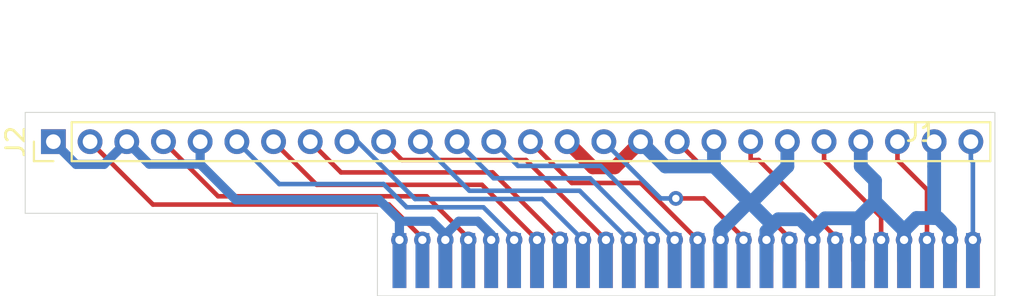
<source format=kicad_pcb>
(kicad_pcb (version 20171130) (host pcbnew "(5.1.5)-3")

  (general
    (thickness 1.6)
    (drawings 6)
    (tracks 169)
    (zones 0)
    (modules 2)
    (nets 20)
  )

  (page A4)
  (layers
    (0 F.Cu signal)
    (31 B.Cu signal)
    (32 B.Adhes user)
    (33 F.Adhes user)
    (34 B.Paste user)
    (35 F.Paste user)
    (36 B.SilkS user)
    (37 F.SilkS user)
    (38 B.Mask user)
    (39 F.Mask user)
    (40 Dwgs.User user)
    (41 Cmts.User user)
    (42 Eco1.User user)
    (43 Eco2.User user)
    (44 Edge.Cuts user)
    (45 Margin user)
    (46 B.CrtYd user)
    (47 F.CrtYd user)
    (48 B.Fab user)
    (49 F.Fab user)
  )

  (setup
    (last_trace_width 0.25)
    (user_trace_width 0.75)
    (trace_clearance 0.2)
    (zone_clearance 0.508)
    (zone_45_only no)
    (trace_min 0.2)
    (via_size 0.8)
    (via_drill 0.4)
    (via_min_size 0.4)
    (via_min_drill 0.3)
    (uvia_size 0.3)
    (uvia_drill 0.1)
    (uvias_allowed no)
    (uvia_min_size 0.2)
    (uvia_min_drill 0.1)
    (edge_width 0.05)
    (segment_width 0.2)
    (pcb_text_width 0.3)
    (pcb_text_size 1.5 1.5)
    (mod_edge_width 0.12)
    (mod_text_size 1 1)
    (mod_text_width 0.15)
    (pad_size 1.7 1.7)
    (pad_drill 1)
    (pad_to_mask_clearance 0.051)
    (solder_mask_min_width 0.25)
    (aux_axis_origin 0 0)
    (visible_elements 7FFFFFFF)
    (pcbplotparams
      (layerselection 0x010fc_ffffffff)
      (usegerberextensions false)
      (usegerberattributes false)
      (usegerberadvancedattributes false)
      (creategerberjobfile false)
      (excludeedgelayer true)
      (linewidth 0.100000)
      (plotframeref false)
      (viasonmask false)
      (mode 1)
      (useauxorigin false)
      (hpglpennumber 1)
      (hpglpenspeed 20)
      (hpglpendiameter 15.000000)
      (psnegative false)
      (psa4output false)
      (plotreference true)
      (plotvalue true)
      (plotinvisibletext false)
      (padsonsilk false)
      (subtractmaskfromsilk false)
      (outputformat 1)
      (mirror false)
      (drillshape 0)
      (scaleselection 1)
      (outputdirectory "gerber/"))
  )

  (net 0 "")
  (net 1 "Net-(J1-Pad26)")
  (net 2 "Net-(J1-Pad24)")
  (net 3 "Net-(J1-Pad2)")
  (net 4 "Net-(J1-Pad4)")
  (net 5 "Net-(J1-Pad6)")
  (net 6 "Net-(J1-Pad7)")
  (net 7 "Net-(J1-Pad8)")
  (net 8 "Net-(J1-Pad9)")
  (net 9 "Net-(J1-Pad10)")
  (net 10 "Net-(J1-Pad11)")
  (net 11 "Net-(J1-Pad12)")
  (net 12 "Net-(J1-Pad13)")
  (net 13 "Net-(J1-Pad14)")
  (net 14 "Net-(J1-Pad16)")
  (net 15 "Net-(J1-Pad18)")
  (net 16 "Net-(J1-Pad20)")
  (net 17 "Net-(J1-Pad22)")
  (net 18 GND)
  (net 19 VCC)

  (net_class Default "This is the default net class."
    (clearance 0.2)
    (trace_width 0.25)
    (via_dia 0.8)
    (via_drill 0.4)
    (uvia_dia 0.3)
    (uvia_drill 0.1)
    (add_net "Net-(J1-Pad10)")
    (add_net "Net-(J1-Pad11)")
    (add_net "Net-(J1-Pad12)")
    (add_net "Net-(J1-Pad13)")
    (add_net "Net-(J1-Pad14)")
    (add_net "Net-(J1-Pad16)")
    (add_net "Net-(J1-Pad18)")
    (add_net "Net-(J1-Pad2)")
    (add_net "Net-(J1-Pad20)")
    (add_net "Net-(J1-Pad22)")
    (add_net "Net-(J1-Pad24)")
    (add_net "Net-(J1-Pad26)")
    (add_net "Net-(J1-Pad4)")
    (add_net "Net-(J1-Pad6)")
    (add_net "Net-(J1-Pad7)")
    (add_net "Net-(J1-Pad8)")
    (add_net "Net-(J1-Pad9)")
  )

  (net_class power ""
    (clearance 0.3)
    (trace_width 0.75)
    (via_dia 1.5)
    (via_drill 0.8)
    (uvia_dia 0.3)
    (uvia_drill 0.1)
    (add_net GND)
  )

  (net_class power2 ""
    (clearance 0.3)
    (trace_width 0.5)
    (via_dia 1)
    (via_drill 0.5)
    (uvia_dia 0.3)
    (uvia_drill 0.1)
    (add_net VCC)
  )

  (module Connector_PinHeader_2.00mm:PinHeader_1x26_P2.00mm_Vertical (layer F.Cu) (tedit 59FED667) (tstamp 62F71149)
    (at 77.5335 57.5945 90)
    (descr "Through hole straight pin header, 1x26, 2.00mm pitch, single row")
    (tags "Through hole pin header THT 1x26 2.00mm single row")
    (path /62F6AA14)
    (fp_text reference J2 (at 0 -2.06 90) (layer F.SilkS)
      (effects (font (size 1 1) (thickness 0.15)))
    )
    (fp_text value Conn_01x26_Female (at 0 52.06 90) (layer F.Fab)
      (effects (font (size 1 1) (thickness 0.15)))
    )
    (fp_text user %R (at 0 25) (layer F.Fab)
      (effects (font (size 1 1) (thickness 0.15)))
    )
    (fp_line (start 1.5 -1.5) (end -1.5 -1.5) (layer F.CrtYd) (width 0.05))
    (fp_line (start 1.5 51.5) (end 1.5 -1.5) (layer F.CrtYd) (width 0.05))
    (fp_line (start -1.5 51.5) (end 1.5 51.5) (layer F.CrtYd) (width 0.05))
    (fp_line (start -1.5 -1.5) (end -1.5 51.5) (layer F.CrtYd) (width 0.05))
    (fp_line (start -1.06 -1.06) (end 0 -1.06) (layer F.SilkS) (width 0.12))
    (fp_line (start -1.06 0) (end -1.06 -1.06) (layer F.SilkS) (width 0.12))
    (fp_line (start -1.06 1) (end 1.06 1) (layer F.SilkS) (width 0.12))
    (fp_line (start 1.06 1) (end 1.06 51.06) (layer F.SilkS) (width 0.12))
    (fp_line (start -1.06 1) (end -1.06 51.06) (layer F.SilkS) (width 0.12))
    (fp_line (start -1.06 51.06) (end 1.06 51.06) (layer F.SilkS) (width 0.12))
    (fp_line (start -1 -0.5) (end -0.5 -1) (layer F.Fab) (width 0.1))
    (fp_line (start -1 51) (end -1 -0.5) (layer F.Fab) (width 0.1))
    (fp_line (start 1 51) (end -1 51) (layer F.Fab) (width 0.1))
    (fp_line (start 1 -1) (end 1 51) (layer F.Fab) (width 0.1))
    (fp_line (start -0.5 -1) (end 1 -1) (layer F.Fab) (width 0.1))
    (pad 26 thru_hole oval (at 0 50 90) (size 1.35 1.35) (drill 0.8) (layers *.Cu *.Mask)
      (net 1 "Net-(J1-Pad26)"))
    (pad 25 thru_hole oval (at 0 48 90) (size 1.35 1.35) (drill 0.8) (layers *.Cu *.Mask)
      (net 18 GND))
    (pad 24 thru_hole oval (at 0 46 90) (size 1.35 1.35) (drill 0.8) (layers *.Cu *.Mask)
      (net 2 "Net-(J1-Pad24)"))
    (pad 23 thru_hole oval (at 0 44 90) (size 1.35 1.35) (drill 0.8) (layers *.Cu *.Mask)
      (net 18 GND))
    (pad 22 thru_hole oval (at 0 42 90) (size 1.35 1.35) (drill 0.8) (layers *.Cu *.Mask)
      (net 17 "Net-(J1-Pad22)"))
    (pad 21 thru_hole oval (at 0 40 90) (size 1.35 1.35) (drill 0.8) (layers *.Cu *.Mask)
      (net 18 GND))
    (pad 20 thru_hole oval (at 0 38 90) (size 1.35 1.35) (drill 0.8) (layers *.Cu *.Mask)
      (net 16 "Net-(J1-Pad20)"))
    (pad 19 thru_hole oval (at 0 36 90) (size 1.35 1.35) (drill 0.8) (layers *.Cu *.Mask)
      (net 18 GND))
    (pad 18 thru_hole oval (at 0 34 90) (size 1.35 1.35) (drill 0.8) (layers *.Cu *.Mask)
      (net 15 "Net-(J1-Pad18)"))
    (pad 17 thru_hole oval (at 0 32 90) (size 1.35 1.35) (drill 0.8) (layers *.Cu *.Mask)
      (net 18 GND))
    (pad 16 thru_hole oval (at 0 30 90) (size 1.35 1.35) (drill 0.8) (layers *.Cu *.Mask)
      (net 14 "Net-(J1-Pad16)"))
    (pad 15 thru_hole oval (at 0 28 90) (size 1.35 1.35) (drill 0.8) (layers *.Cu *.Mask)
      (net 18 GND))
    (pad 14 thru_hole oval (at 0 26 90) (size 1.35 1.35) (drill 0.8) (layers *.Cu *.Mask)
      (net 13 "Net-(J1-Pad14)"))
    (pad 13 thru_hole oval (at 0 24 90) (size 1.35 1.35) (drill 0.8) (layers *.Cu *.Mask)
      (net 12 "Net-(J1-Pad13)"))
    (pad 12 thru_hole oval (at 0 22 90) (size 1.35 1.35) (drill 0.8) (layers *.Cu *.Mask)
      (net 11 "Net-(J1-Pad12)"))
    (pad 11 thru_hole oval (at 0 20 90) (size 1.35 1.35) (drill 0.8) (layers *.Cu *.Mask)
      (net 10 "Net-(J1-Pad11)"))
    (pad 10 thru_hole oval (at 0 18 90) (size 1.35 1.35) (drill 0.8) (layers *.Cu *.Mask)
      (net 9 "Net-(J1-Pad10)"))
    (pad 9 thru_hole oval (at 0 16 90) (size 1.35 1.35) (drill 0.8) (layers *.Cu *.Mask)
      (net 8 "Net-(J1-Pad9)"))
    (pad 8 thru_hole oval (at 0 14 90) (size 1.35 1.35) (drill 0.8) (layers *.Cu *.Mask)
      (net 7 "Net-(J1-Pad8)"))
    (pad 7 thru_hole oval (at 0 12 90) (size 1.35 1.35) (drill 0.8) (layers *.Cu *.Mask)
      (net 6 "Net-(J1-Pad7)"))
    (pad 6 thru_hole oval (at 0 10 90) (size 1.35 1.35) (drill 0.8) (layers *.Cu *.Mask)
      (net 5 "Net-(J1-Pad6)"))
    (pad 5 thru_hole oval (at 0 8 90) (size 1.35 1.35) (drill 0.8) (layers *.Cu *.Mask)
      (net 19 VCC))
    (pad 4 thru_hole oval (at 0 6 90) (size 1.35 1.35) (drill 0.8) (layers *.Cu *.Mask)
      (net 4 "Net-(J1-Pad4)"))
    (pad 3 thru_hole oval (at 0 4 90) (size 1.35 1.35) (drill 0.8) (layers *.Cu *.Mask)
      (net 19 VCC))
    (pad 2 thru_hole oval (at 0 2 90) (size 1.35 1.35) (drill 0.8) (layers *.Cu *.Mask)
      (net 3 "Net-(J1-Pad2)"))
    (pad 1 thru_hole rect (at 0 0 90) (size 1.35 1.35) (drill 0.8) (layers *.Cu *.Mask)
      (net 19 VCC))
    (model ${KISYS3DMOD}/Connector_PinHeader_2.00mm.3dshapes/PinHeader_1x26_P2.00mm_Vertical.wrl
      (at (xyz 0 0 0))
      (scale (xyz 1 1 1))
      (rotate (xyz 0 0 0))
    )
  )

  (module Connector:fdd_26_pin_insert_both_sides (layer F.Cu) (tedit 63B1D47D) (tstamp 62F710FA)
    (at 96.393 64.1985)
    (path /62F680CE)
    (fp_text reference J1 (at 28.448 -7.112) (layer F.SilkS)
      (effects (font (size 1 1) (thickness 0.15)))
    )
    (fp_text value Conn_01x26_Female (at 14.28496 -5.74802) (layer F.Fab)
      (effects (font (size 1 1) (thickness 0.15)))
    )
    (pad 26 thru_hole circle (at 31.25 -1.25) (size 0.9 0.9) (drill 0.45) (layers *.Cu *.Mask)
      (net 1 "Net-(J1-Pad26)"))
    (pad 25 thru_hole circle (at 30 -1.25) (size 0.9 0.9) (drill 0.45) (layers *.Cu *.Mask)
      (net 18 GND))
    (pad 24 thru_hole circle (at 28.75 -1.25) (size 0.9 0.9) (drill 0.45) (layers *.Cu *.Mask)
      (net 2 "Net-(J1-Pad24)"))
    (pad 23 thru_hole circle (at 27.5 -1.25) (size 0.9 0.9) (drill 0.45) (layers *.Cu *.Mask)
      (net 18 GND))
    (pad 22 thru_hole circle (at 26.25 -1.25) (size 0.9 0.9) (drill 0.45) (layers *.Cu *.Mask)
      (net 17 "Net-(J1-Pad22)"))
    (pad 21 thru_hole circle (at 25 -1.25) (size 0.9 0.9) (drill 0.45) (layers *.Cu *.Mask)
      (net 18 GND))
    (pad 20 thru_hole circle (at 23.75 -1.25) (size 0.9 0.9) (drill 0.45) (layers *.Cu *.Mask)
      (net 16 "Net-(J1-Pad20)"))
    (pad 19 thru_hole circle (at 22.5 -1.25) (size 0.9 0.9) (drill 0.45) (layers *.Cu *.Mask)
      (net 18 GND))
    (pad 18 thru_hole circle (at 21.25 -1.25) (size 0.9 0.9) (drill 0.45) (layers *.Cu *.Mask)
      (net 15 "Net-(J1-Pad18)"))
    (pad 17 thru_hole circle (at 20 -1.25) (size 0.9 0.9) (drill 0.45) (layers *.Cu *.Mask)
      (net 18 GND))
    (pad 16 thru_hole circle (at 18.75 -1.25) (size 0.9 0.9) (drill 0.45) (layers *.Cu *.Mask)
      (net 14 "Net-(J1-Pad16)"))
    (pad 15 thru_hole circle (at 17.5 -1.25 90) (size 0.9 0.9) (drill 0.45) (layers *.Cu *.Mask)
      (net 18 GND))
    (pad 14 thru_hole circle (at 16.25 -1.25) (size 0.9 0.9) (drill 0.45) (layers *.Cu *.Mask)
      (net 13 "Net-(J1-Pad14)"))
    (pad 13 thru_hole circle (at 15 -1.25) (size 0.9 0.9) (drill 0.45) (layers *.Cu *.Mask)
      (net 12 "Net-(J1-Pad13)"))
    (pad 12 thru_hole circle (at 13.75 -1.25) (size 0.9 0.9) (drill 0.45) (layers *.Cu *.Mask)
      (net 11 "Net-(J1-Pad12)"))
    (pad 11 thru_hole circle (at 12.5 -1.25) (size 0.9 0.9) (drill 0.45) (layers *.Cu *.Mask)
      (net 10 "Net-(J1-Pad11)"))
    (pad 10 thru_hole circle (at 11.25474 -1.25) (size 0.9 0.9) (drill 0.45) (layers *.Cu *.Mask)
      (net 9 "Net-(J1-Pad10)"))
    (pad 9 thru_hole circle (at 10 -1.25) (size 0.9 0.9) (drill 0.45) (layers *.Cu *.Mask)
      (net 8 "Net-(J1-Pad9)"))
    (pad 8 thru_hole circle (at 8.75 -1.25476) (size 0.9 0.9) (drill 0.45) (layers *.Cu *.Mask)
      (net 7 "Net-(J1-Pad8)"))
    (pad 7 thru_hole circle (at 7.5 -1.25) (size 0.9 0.9) (drill 0.45) (layers *.Cu *.Mask)
      (net 6 "Net-(J1-Pad7)"))
    (pad 6 thru_hole circle (at 6.25 -1.25) (size 0.9 0.9) (drill 0.45) (layers *.Cu *.Mask)
      (net 5 "Net-(J1-Pad6)"))
    (pad 5 thru_hole circle (at 5 -1.25) (size 0.9 0.9) (drill 0.45) (layers *.Cu *.Mask)
      (net 19 VCC))
    (pad 4 thru_hole circle (at 3.75 -1.25) (size 0.9 0.9) (drill 0.45) (layers *.Cu *.Mask)
      (net 4 "Net-(J1-Pad4)"))
    (pad 3 thru_hole circle (at 2.5 -1.25) (size 0.9 0.9) (drill 0.45) (layers *.Cu *.Mask)
      (net 19 VCC))
    (pad 2 thru_hole circle (at 1.25 -1.25 90) (size 0.9 0.9) (drill 0.45) (layers *.Cu *.Mask)
      (net 3 "Net-(J1-Pad2)"))
    (pad 1 thru_hole circle (at 0 -1.25) (size 0.9 0.9) (drill 0.45) (layers *.Cu *.Mask)
      (net 19 VCC))
    (pad 26 connect rect (at 31.25 -0.127) (size 0.75 3) (layers F.Cu B.Mask)
      (net 1 "Net-(J1-Pad26)"))
    (pad 25 connect rect (at 30 -0.127) (size 0.75 3) (layers F.Cu B.Mask)
      (net 18 GND))
    (pad 24 connect rect (at 28.75 -0.127) (size 0.75 3) (layers F.Cu B.Mask)
      (net 2 "Net-(J1-Pad24)"))
    (pad 23 connect rect (at 27.5 -0.127) (size 0.75 3) (layers F.Cu B.Mask)
      (net 18 GND))
    (pad 22 connect rect (at 26.25 -0.127) (size 0.75 3) (layers F.Cu B.Mask)
      (net 17 "Net-(J1-Pad22)"))
    (pad 21 connect rect (at 25 -0.127) (size 0.75 3) (layers F.Cu B.Mask)
      (net 18 GND))
    (pad 20 connect rect (at 23.75 -0.127) (size 0.75 3) (layers F.Cu B.Mask)
      (net 16 "Net-(J1-Pad20)"))
    (pad 19 connect rect (at 22.5 -0.127) (size 0.75 3) (layers F.Cu B.Mask)
      (net 18 GND))
    (pad 18 connect rect (at 21.25 -0.127) (size 0.75 3) (layers F.Cu B.Mask)
      (net 15 "Net-(J1-Pad18)"))
    (pad 17 connect rect (at 20 -0.127) (size 0.75 3) (layers F.Cu B.Mask)
      (net 18 GND))
    (pad 16 connect rect (at 18.75 -0.127) (size 0.75 3) (layers F.Cu B.Mask)
      (net 14 "Net-(J1-Pad16)"))
    (pad 15 connect rect (at 17.5 -0.127) (size 0.75 3) (layers F.Cu B.Mask)
      (net 18 GND))
    (pad 14 connect rect (at 16.25 -0.127) (size 0.75 3) (layers F.Cu B.Mask)
      (net 13 "Net-(J1-Pad14)"))
    (pad 13 connect rect (at 15 -0.127) (size 0.75 3) (layers F.Cu B.Mask)
      (net 12 "Net-(J1-Pad13)"))
    (pad 12 connect rect (at 13.75 -0.127) (size 0.75 3) (layers F.Cu B.Mask)
      (net 11 "Net-(J1-Pad12)"))
    (pad 11 connect rect (at 12.5 -0.127) (size 0.75 3) (layers F.Cu B.Mask)
      (net 10 "Net-(J1-Pad11)"))
    (pad 10 connect rect (at 11.25 -0.127) (size 0.75 3) (layers F.Cu B.Mask)
      (net 9 "Net-(J1-Pad10)"))
    (pad 9 connect rect (at 10 -0.127) (size 0.75 3) (layers F.Cu B.Mask)
      (net 8 "Net-(J1-Pad9)"))
    (pad 8 connect rect (at 8.75 -0.127) (size 0.75 3) (layers F.Cu B.Mask)
      (net 7 "Net-(J1-Pad8)"))
    (pad 7 connect rect (at 7.5 -0.127) (size 0.75 3) (layers F.Cu B.Mask)
      (net 6 "Net-(J1-Pad7)"))
    (pad 6 connect rect (at 6.25 -0.127) (size 0.75 3) (layers F.Cu B.Mask)
      (net 5 "Net-(J1-Pad6)"))
    (pad 5 connect rect (at 5 -0.127) (size 0.75 3) (layers F.Cu B.Mask)
      (net 19 VCC))
    (pad 4 connect rect (at 3.75 -0.127) (size 0.75 3) (layers F.Cu B.Mask)
      (net 4 "Net-(J1-Pad4)"))
    (pad 3 connect rect (at 2.5 -0.127) (size 0.75 3) (layers F.Cu B.Mask)
      (net 19 VCC))
    (pad 2 connect rect (at 1.25 -0.127) (size 0.75 3) (layers F.Cu B.Mask)
      (net 3 "Net-(J1-Pad2)"))
    (pad 1 connect rect (at 0 -0.127) (size 0.75 3) (layers F.Cu B.Mask)
      (net 19 VCC))
    (pad 1 connect rect (at 0 -0.127) (size 0.75 3) (layers B.Cu B.Mask)
      (net 19 VCC))
    (pad 2 connect rect (at 1.25 -0.127) (size 0.75 3) (layers B.Cu B.Mask)
      (net 3 "Net-(J1-Pad2)"))
    (pad 3 connect rect (at 2.5 -0.127) (size 0.75 3) (layers B.Cu B.Mask)
      (net 19 VCC))
    (pad 4 connect rect (at 3.75 -0.127) (size 0.75 3) (layers B.Cu B.Mask)
      (net 4 "Net-(J1-Pad4)"))
    (pad 5 connect rect (at 5 -0.127) (size 0.75 3) (layers B.Cu B.Mask)
      (net 19 VCC))
    (pad 6 connect rect (at 6.25 -0.127) (size 0.75 3) (layers B.Cu B.Mask)
      (net 5 "Net-(J1-Pad6)"))
    (pad 7 connect rect (at 7.5 -0.127) (size 0.75 3) (layers B.Cu B.Mask)
      (net 6 "Net-(J1-Pad7)"))
    (pad 8 connect rect (at 8.75 -0.127) (size 0.75 3) (layers B.Cu B.Mask)
      (net 7 "Net-(J1-Pad8)"))
    (pad 9 connect rect (at 10 -0.127) (size 0.75 3) (layers B.Cu B.Mask)
      (net 8 "Net-(J1-Pad9)"))
    (pad 10 connect rect (at 11.25 -0.127) (size 0.75 3) (layers B.Cu B.Mask)
      (net 9 "Net-(J1-Pad10)"))
    (pad 11 connect rect (at 12.5 -0.127) (size 0.75 3) (layers B.Cu B.Mask)
      (net 10 "Net-(J1-Pad11)"))
    (pad 12 connect rect (at 13.75 -0.127) (size 0.75 3) (layers B.Cu B.Mask)
      (net 11 "Net-(J1-Pad12)"))
    (pad 13 connect rect (at 15 -0.127) (size 0.75 3) (layers B.Cu B.Mask)
      (net 12 "Net-(J1-Pad13)"))
    (pad 14 connect rect (at 16.25 -0.127) (size 0.75 3) (layers B.Cu B.Mask)
      (net 13 "Net-(J1-Pad14)"))
    (pad 15 connect rect (at 17.5 -0.127) (size 0.75 3) (layers B.Cu B.Mask)
      (net 18 GND))
    (pad 16 connect rect (at 18.75 -0.127) (size 0.75 3) (layers B.Cu B.Mask)
      (net 14 "Net-(J1-Pad16)"))
    (pad 17 connect rect (at 20 -0.127) (size 0.75 3) (layers B.Cu B.Mask)
      (net 18 GND))
    (pad 18 connect rect (at 21.25 -0.127) (size 0.75 3) (layers B.Cu B.Mask)
      (net 15 "Net-(J1-Pad18)"))
    (pad 19 connect rect (at 22.5 -0.127) (size 0.75 3) (layers B.Cu B.Mask)
      (net 18 GND))
    (pad 20 connect rect (at 23.75 -0.127) (size 0.75 3) (layers B.Cu B.Mask)
      (net 16 "Net-(J1-Pad20)"))
    (pad 21 connect rect (at 25 -0.127) (size 0.75 3) (layers B.Cu B.Mask)
      (net 18 GND))
    (pad 22 connect rect (at 26.25 -0.127) (size 0.75 3) (layers B.Cu B.Mask)
      (net 17 "Net-(J1-Pad22)"))
    (pad 23 connect rect (at 27.5 -0.127) (size 0.75 3) (layers B.Cu B.Mask)
      (net 18 GND))
    (pad 24 connect rect (at 28.75 -0.127) (size 0.75 3) (layers B.Cu B.Mask)
      (net 2 "Net-(J1-Pad24)"))
    (pad 25 connect rect (at 30 -0.127) (size 0.75 3) (layers B.Cu B.Mask)
      (net 18 GND))
    (pad 26 connect rect (at 31.25 -0.127) (size 0.75 3) (layers B.Cu B.Mask)
      (net 1 "Net-(J1-Pad26)"))
  )

  (gr_line (start 95.193 61.5) (end 76 61.5) (layer Edge.Cuts) (width 0.05))
  (gr_line (start 76 61.5) (end 76 56) (layer Edge.Cuts) (width 0.05))
  (gr_line (start 128.843 66) (end 95.193 66) (layer Edge.Cuts) (width 0.05))
  (gr_line (start 95.193 66) (end 95.193 61.5) (layer Edge.Cuts) (width 0.05))
  (gr_line (start 128.843 56) (end 128.843 66) (layer Edge.Cuts) (width 0.05))
  (gr_line (start 76 56) (end 128.843 56) (layer Edge.Cuts) (width 0.05))

  (segment (start 127.5335 57.5945) (end 127.5335 58.5948) (width 0.25) (layer B.Cu) (net 1))
  (segment (start 127.643 62.9485) (end 127.643 58.7043) (width 0.25) (layer B.Cu) (net 1))
  (segment (start 127.643 58.7043) (end 127.5335 58.5948) (width 0.25) (layer B.Cu) (net 1))
  (segment (start 127.643 64.0715) (end 127.643 62.9485) (width 0.25) (layer B.Cu) (net 1))
  (segment (start 127.643 64.0715) (end 127.643 62.9485) (width 0.25) (layer F.Cu) (net 1))
  (segment (start 123.5335 57.5945) (end 123.5335 58.5948) (width 0.25) (layer F.Cu) (net 2))
  (segment (start 125.143 62.9485) (end 125.143 60.2043) (width 0.25) (layer F.Cu) (net 2))
  (segment (start 125.143 60.2043) (end 123.5335 58.5948) (width 0.25) (layer F.Cu) (net 2))
  (segment (start 125.143 64.0715) (end 125.143 62.9485) (width 0.25) (layer F.Cu) (net 2))
  (segment (start 125.143 64.0715) (end 125.143 62.9485) (width 0.25) (layer B.Cu) (net 2))
  (segment (start 97.643 62.9485) (end 97.643 62.8443) (width 0.25) (layer F.Cu) (net 3))
  (segment (start 97.643 62.8443) (end 95.8201 61.0214) (width 0.25) (layer F.Cu) (net 3))
  (segment (start 95.8201 61.0214) (end 82.9604 61.0214) (width 0.25) (layer F.Cu) (net 3))
  (segment (start 82.9604 61.0214) (end 79.5335 57.5945) (width 0.25) (layer F.Cu) (net 3))
  (segment (start 97.643 64.0715) (end 97.643 62.9485) (width 0.25) (layer F.Cu) (net 3))
  (segment (start 97.643 64.0715) (end 97.643 62.9485) (width 0.25) (layer B.Cu) (net 3))
  (segment (start 100.143 62.9485) (end 100.143 62.839) (width 0.25) (layer F.Cu) (net 4))
  (segment (start 100.143 62.839) (end 97.875 60.571) (width 0.25) (layer F.Cu) (net 4))
  (segment (start 97.875 60.571) (end 86.51 60.571) (width 0.25) (layer F.Cu) (net 4))
  (segment (start 86.51 60.571) (end 83.5335 57.5945) (width 0.25) (layer F.Cu) (net 4))
  (segment (start 100.143 64.0715) (end 100.143 62.9485) (width 0.25) (layer F.Cu) (net 4))
  (segment (start 100.143 64.0715) (end 100.143 62.9485) (width 0.25) (layer B.Cu) (net 4))
  (segment (start 102.643 62.9485) (end 102.643 62.8441) (width 0.25) (layer B.Cu) (net 5))
  (segment (start 102.643 62.8441) (end 100.9692 61.1703) (width 0.25) (layer B.Cu) (net 5))
  (segment (start 100.9692 61.1703) (end 96.791 61.1703) (width 0.25) (layer B.Cu) (net 5))
  (segment (start 96.791 61.1703) (end 95.5253 59.9046) (width 0.25) (layer B.Cu) (net 5))
  (segment (start 95.5253 59.9046) (end 89.8436 59.9046) (width 0.25) (layer B.Cu) (net 5))
  (segment (start 89.8436 59.9046) (end 87.5335 57.5945) (width 0.25) (layer B.Cu) (net 5))
  (segment (start 102.643 64.0715) (end 102.643 62.9485) (width 0.25) (layer B.Cu) (net 5))
  (segment (start 102.643 64.0715) (end 102.643 62.9485) (width 0.25) (layer F.Cu) (net 5))
  (segment (start 103.893 62.9485) (end 100.8902 59.9457) (width 0.25) (layer F.Cu) (net 6))
  (segment (start 100.8902 59.9457) (end 91.8847 59.9457) (width 0.25) (layer F.Cu) (net 6))
  (segment (start 91.8847 59.9457) (end 89.5335 57.5945) (width 0.25) (layer F.Cu) (net 6))
  (segment (start 103.893 64.0715) (end 103.893 62.9485) (width 0.25) (layer F.Cu) (net 6))
  (segment (start 103.893 64.0715) (end 103.893 62.9485) (width 0.25) (layer B.Cu) (net 6))
  (segment (start 105.143 62.9437) (end 101.4697 59.2704) (width 0.25) (layer F.Cu) (net 7))
  (segment (start 101.4697 59.2704) (end 93.2094 59.2704) (width 0.25) (layer F.Cu) (net 7))
  (segment (start 93.2094 59.2704) (end 91.5335 57.5945) (width 0.25) (layer F.Cu) (net 7))
  (segment (start 105.143 64.0715) (end 105.143 62.9437) (width 0.25) (layer F.Cu) (net 7))
  (segment (start 105.143 64.0715) (end 105.143 62.9437) (width 0.25) (layer B.Cu) (net 7))
  (segment (start 106.393 62.9485) (end 104.1644 60.7199) (width 0.25) (layer B.Cu) (net 8))
  (segment (start 104.1644 60.7199) (end 97.2441 60.7199) (width 0.25) (layer B.Cu) (net 8))
  (segment (start 97.2441 60.7199) (end 94.1187 57.5945) (width 0.25) (layer B.Cu) (net 8))
  (segment (start 94.1187 57.5945) (end 93.5335 57.5945) (width 0.25) (layer B.Cu) (net 8))
  (segment (start 106.393 64.0715) (end 106.393 62.9485) (width 0.25) (layer B.Cu) (net 8))
  (segment (start 106.393 64.0715) (end 106.393 62.9485) (width 0.25) (layer F.Cu) (net 8))
  (segment (start 107.6477 62.9485) (end 103.2941 58.5949) (width 0.25) (layer F.Cu) (net 9))
  (segment (start 103.2941 58.5949) (end 96.5339 58.5949) (width 0.25) (layer F.Cu) (net 9))
  (segment (start 96.5339 58.5949) (end 95.5335 57.5945) (width 0.25) (layer F.Cu) (net 9))
  (segment (start 107.643 64.0715) (end 107.6477 64.0668) (width 0.25) (layer F.Cu) (net 9))
  (segment (start 107.6477 64.0668) (end 107.6477 62.9485) (width 0.25) (layer F.Cu) (net 9))
  (segment (start 107.643 64.0715) (end 107.6477 64.0668) (width 0.25) (layer B.Cu) (net 9))
  (segment (start 107.6477 64.0668) (end 107.6477 62.9485) (width 0.25) (layer B.Cu) (net 9))
  (segment (start 108.893 62.9485) (end 106.2141 60.2696) (width 0.25) (layer B.Cu) (net 10))
  (segment (start 106.2141 60.2696) (end 100.2086 60.2696) (width 0.25) (layer B.Cu) (net 10))
  (segment (start 100.2086 60.2696) (end 97.5335 57.5945) (width 0.25) (layer B.Cu) (net 10))
  (segment (start 108.893 64.0715) (end 108.893 62.9485) (width 0.25) (layer B.Cu) (net 10))
  (segment (start 108.893 64.0715) (end 108.893 62.9485) (width 0.25) (layer F.Cu) (net 10))
  (segment (start 99.5335 57.5945) (end 101.5291 59.5901) (width 0.25) (layer B.Cu) (net 11))
  (segment (start 101.5291 59.5901) (end 106.7846 59.5901) (width 0.25) (layer B.Cu) (net 11))
  (segment (start 106.7846 59.5901) (end 110.143 62.9485) (width 0.25) (layer B.Cu) (net 11))
  (segment (start 110.143 64.0715) (end 110.143 62.9485) (width 0.25) (layer B.Cu) (net 11))
  (segment (start 110.143 64.0715) (end 110.143 62.9485) (width 0.25) (layer F.Cu) (net 11))
  (segment (start 111.393 62.9485) (end 107.3593 58.9148) (width 0.25) (layer B.Cu) (net 12))
  (segment (start 107.3593 58.9148) (end 102.8538 58.9148) (width 0.25) (layer B.Cu) (net 12))
  (segment (start 102.8538 58.9148) (end 101.5335 57.5945) (width 0.25) (layer B.Cu) (net 12))
  (segment (start 111.393 64.0715) (end 111.393 62.9485) (width 0.25) (layer B.Cu) (net 12))
  (segment (start 111.393 64.0715) (end 111.393 62.9485) (width 0.25) (layer F.Cu) (net 12))
  (segment (start 103.5335 57.5945) (end 105.7838 59.8448) (width 0.25) (layer F.Cu) (net 13))
  (segment (start 105.7838 59.8448) (end 109.5393 59.8448) (width 0.25) (layer F.Cu) (net 13))
  (segment (start 109.5393 59.8448) (end 112.643 62.9485) (width 0.25) (layer F.Cu) (net 13))
  (segment (start 112.643 64.0715) (end 112.643 62.9485) (width 0.25) (layer F.Cu) (net 13))
  (segment (start 112.643 64.0715) (end 112.643 62.9485) (width 0.25) (layer B.Cu) (net 13))
  (segment (start 115.143 62.9485) (end 115.143 62.84) (width 0.25) (layer F.Cu) (net 14))
  (segment (start 115.143 62.84) (end 112.9901 60.6871) (width 0.25) (layer F.Cu) (net 14))
  (segment (start 112.9901 60.6871) (end 111.4549 60.6871) (width 0.25) (layer F.Cu) (net 14))
  (segment (start 111.4549 60.6871) (end 110.6261 60.6871) (width 0.25) (layer B.Cu) (net 14))
  (segment (start 110.6261 60.6871) (end 107.5335 57.5945) (width 0.25) (layer B.Cu) (net 14))
  (segment (start 115.143 64.0715) (end 115.143 62.9485) (width 0.25) (layer F.Cu) (net 14))
  (segment (start 115.143 64.0715) (end 115.143 62.9485) (width 0.25) (layer B.Cu) (net 14))
  (via (at 111.4549 60.6871) (size 0.8) (layers F.Cu B.Cu) (net 14))
  (segment (start 117.643 62.9485) (end 117.643 62.839) (width 0.25) (layer F.Cu) (net 15))
  (segment (start 117.643 62.839) (end 113.9552 59.1512) (width 0.25) (layer F.Cu) (net 15))
  (segment (start 113.9552 59.1512) (end 113.0902 59.1512) (width 0.25) (layer F.Cu) (net 15))
  (segment (start 113.0902 59.1512) (end 111.5335 57.5945) (width 0.25) (layer F.Cu) (net 15))
  (segment (start 117.643 64.0715) (end 117.643 62.9485) (width 0.25) (layer F.Cu) (net 15))
  (segment (start 117.643 64.0715) (end 117.643 62.9485) (width 0.25) (layer B.Cu) (net 15))
  (segment (start 115.5335 57.5945) (end 115.5335 58.5948) (width 0.25) (layer F.Cu) (net 16))
  (segment (start 120.143 62.9485) (end 120.143 62.7624) (width 0.25) (layer F.Cu) (net 16))
  (segment (start 120.143 62.7624) (end 115.9754 58.5948) (width 0.25) (layer F.Cu) (net 16))
  (segment (start 115.9754 58.5948) (end 115.5335 58.5948) (width 0.25) (layer F.Cu) (net 16))
  (segment (start 120.143 64.0715) (end 120.143 62.9485) (width 0.25) (layer F.Cu) (net 16))
  (segment (start 120.143 64.0715) (end 120.143 62.9485) (width 0.25) (layer B.Cu) (net 16))
  (segment (start 119.5335 57.5945) (end 119.5335 58.5948) (width 0.25) (layer F.Cu) (net 17))
  (segment (start 122.643 62.9485) (end 122.643 61.7043) (width 0.25) (layer F.Cu) (net 17))
  (segment (start 122.643 61.7043) (end 119.5335 58.5948) (width 0.25) (layer F.Cu) (net 17))
  (segment (start 122.643 64.0715) (end 122.643 62.9485) (width 0.25) (layer F.Cu) (net 17))
  (segment (start 122.643 64.0715) (end 122.643 62.9485) (width 0.25) (layer B.Cu) (net 17))
  (segment (start 125.5335 61.7555) (end 124.5722 61.7555) (width 0.75) (layer B.Cu) (net 18))
  (segment (start 124.5722 61.7555) (end 123.893 62.4347) (width 0.75) (layer B.Cu) (net 18))
  (segment (start 126.393 62.9485) (end 126.393 62.4) (width 0.75) (layer B.Cu) (net 18))
  (segment (start 126.393 62.4) (end 125.7485 61.7555) (width 0.75) (layer B.Cu) (net 18))
  (segment (start 125.7485 61.7555) (end 125.5335 61.7555) (width 0.75) (layer B.Cu) (net 18))
  (segment (start 125.5335 61.7555) (end 125.5335 58.9448) (width 0.75) (layer B.Cu) (net 18))
  (segment (start 123.893 62.4347) (end 122.3108 60.8525) (width 0.75) (layer B.Cu) (net 18))
  (segment (start 123.893 62.9485) (end 123.893 62.4347) (width 0.75) (layer B.Cu) (net 18))
  (segment (start 125.5335 57.5945) (end 125.5335 58.9448) (width 0.75) (layer B.Cu) (net 18))
  (segment (start 126.393 64.0715) (end 126.393 62.9485) (width 0.75) (layer B.Cu) (net 18))
  (segment (start 123.893 62.9485) (end 123.893 64.0715) (width 0.75) (layer F.Cu) (net 18))
  (segment (start 121.5335 58.9448) (end 122.3108 59.7221) (width 0.75) (layer B.Cu) (net 18))
  (segment (start 122.3108 59.7221) (end 122.3108 60.8525) (width 0.75) (layer B.Cu) (net 18))
  (segment (start 122.3108 60.8525) (end 121.393 61.7703) (width 0.75) (layer B.Cu) (net 18))
  (segment (start 121.393 61.7703) (end 119.5957 61.7703) (width 0.75) (layer B.Cu) (net 18))
  (segment (start 119.5957 61.7703) (end 118.893 62.473) (width 0.75) (layer B.Cu) (net 18))
  (segment (start 121.393 61.7703) (end 121.393 62.9485) (width 0.75) (layer B.Cu) (net 18))
  (segment (start 118.893 62.473) (end 118.893 62.9485) (width 0.75) (layer B.Cu) (net 18))
  (segment (start 116.7274 62.1386) (end 117.0429 61.8231) (width 0.75) (layer B.Cu) (net 18))
  (segment (start 117.0429 61.8231) (end 118.2431 61.8231) (width 0.75) (layer B.Cu) (net 18))
  (segment (start 118.2431 61.8231) (end 118.893 62.473) (width 0.75) (layer B.Cu) (net 18))
  (segment (start 121.5335 57.5945) (end 121.5335 58.9448) (width 0.75) (layer B.Cu) (net 18))
  (segment (start 123.893 64.0715) (end 123.893 62.9485) (width 0.75) (layer B.Cu) (net 18))
  (segment (start 116.7274 62.1386) (end 115.5335 60.9448) (width 0.75) (layer B.Cu) (net 18))
  (segment (start 116.393 62.9485) (end 116.393 62.473) (width 0.75) (layer B.Cu) (net 18))
  (segment (start 116.393 62.473) (end 116.7274 62.1386) (width 0.75) (layer B.Cu) (net 18))
  (segment (start 115.5335 60.9448) (end 115.4559 60.8672) (width 0.75) (layer B.Cu) (net 18))
  (segment (start 115.5335 60.9448) (end 117.5335 58.9448) (width 0.75) (layer B.Cu) (net 18))
  (segment (start 117.5335 57.5945) (end 117.5335 58.9448) (width 0.75) (layer B.Cu) (net 18))
  (segment (start 115.4559 60.8672) (end 113.5335 58.9448) (width 0.75) (layer B.Cu) (net 18))
  (segment (start 115.4559 60.8672) (end 113.893 62.4301) (width 0.75) (layer B.Cu) (net 18))
  (segment (start 113.893 62.4301) (end 113.893 62.9485) (width 0.75) (layer B.Cu) (net 18))
  (segment (start 109.5335 57.5945) (end 110.8838 58.9448) (width 0.75) (layer B.Cu) (net 18))
  (segment (start 110.8838 58.9448) (end 113.5335 58.9448) (width 0.75) (layer B.Cu) (net 18))
  (segment (start 113.893 64.0715) (end 113.893 62.9485) (width 0.75) (layer B.Cu) (net 18))
  (segment (start 113.5335 57.5945) (end 113.5335 58.9448) (width 0.75) (layer B.Cu) (net 18))
  (segment (start 105.5335 57.5945) (end 106.9336 58.9946) (width 0.75) (layer F.Cu) (net 18))
  (segment (start 106.9336 58.9946) (end 108.1334 58.9946) (width 0.75) (layer F.Cu) (net 18))
  (segment (start 108.1334 58.9946) (end 109.5335 57.5945) (width 0.75) (layer F.Cu) (net 18))
  (segment (start 126.393 64.0715) (end 126.393 62.9485) (width 0.75) (layer F.Cu) (net 18))
  (segment (start 121.393 64.0715) (end 121.393 62.9485) (width 0.75) (layer F.Cu) (net 18))
  (segment (start 118.893 64.0715) (end 118.893 62.9485) (width 0.75) (layer F.Cu) (net 18))
  (segment (start 116.393 64.0715) (end 116.393 62.9485) (width 0.75) (layer F.Cu) (net 18))
  (segment (start 113.893 64.0715) (end 113.893 62.9485) (width 0.75) (layer F.Cu) (net 18))
  (segment (start 116.393 64.0715) (end 116.393 62.9485) (width 0.75) (layer B.Cu) (net 18))
  (segment (start 118.893 64.0715) (end 118.893 62.9485) (width 0.75) (layer B.Cu) (net 18))
  (segment (start 121.393 64.0715) (end 121.393 62.9485) (width 0.75) (layer B.Cu) (net 18))
  (segment (start 85.5335 58.8198) (end 87.4735 60.7598) (width 0.5) (layer B.Cu) (net 19))
  (segment (start 87.4735 60.7598) (end 95.2817 60.7598) (width 0.5) (layer B.Cu) (net 19))
  (segment (start 95.2817 60.7598) (end 96.4553 61.9334) (width 0.5) (layer B.Cu) (net 19))
  (segment (start 85.5335 58.8198) (end 82.7588 58.8198) (width 0.5) (layer B.Cu) (net 19))
  (segment (start 82.7588 58.8198) (end 81.5335 57.5945) (width 0.5) (layer B.Cu) (net 19))
  (segment (start 96.4553 61.9334) (end 98.1626 61.9334) (width 0.5) (layer B.Cu) (net 19))
  (segment (start 98.1626 61.9334) (end 98.893 62.6638) (width 0.5) (layer B.Cu) (net 19))
  (segment (start 96.393 62.9485) (end 96.393 61.9957) (width 0.5) (layer B.Cu) (net 19))
  (segment (start 96.393 61.9957) (end 96.4553 61.9334) (width 0.5) (layer B.Cu) (net 19))
  (segment (start 98.893 62.6638) (end 99.6234 61.9334) (width 0.5) (layer B.Cu) (net 19))
  (segment (start 99.6234 61.9334) (end 100.6773 61.9334) (width 0.5) (layer B.Cu) (net 19))
  (segment (start 100.6773 61.9334) (end 101.393 62.6491) (width 0.5) (layer B.Cu) (net 19))
  (segment (start 101.393 62.6491) (end 101.393 62.9485) (width 0.5) (layer B.Cu) (net 19))
  (segment (start 98.893 62.9485) (end 98.893 62.6638) (width 0.5) (layer B.Cu) (net 19))
  (segment (start 96.393 64.0715) (end 96.393 62.9485) (width 0.5) (layer B.Cu) (net 19))
  (segment (start 98.893 64.0715) (end 98.893 62.9485) (width 0.5) (layer B.Cu) (net 19))
  (segment (start 101.393 64.0715) (end 101.393 62.9485) (width 0.5) (layer B.Cu) (net 19))
  (segment (start 85.5335 57.5945) (end 85.5335 58.8198) (width 0.5) (layer B.Cu) (net 19))
  (segment (start 81.5335 57.5945) (end 80.295 58.833) (width 0.5) (layer B.Cu) (net 19))
  (segment (start 80.295 58.833) (end 78.772 58.833) (width 0.5) (layer B.Cu) (net 19))
  (segment (start 78.772 58.833) (end 77.5335 57.5945) (width 0.5) (layer B.Cu) (net 19))
  (segment (start 101.393 64.0715) (end 101.393 62.9485) (width 0.5) (layer F.Cu) (net 19))
  (segment (start 98.893 64.0715) (end 98.893 62.9485) (width 0.5) (layer F.Cu) (net 19))
  (segment (start 96.393 64.0715) (end 96.393 62.9485) (width 0.5) (layer F.Cu) (net 19))

)

</source>
